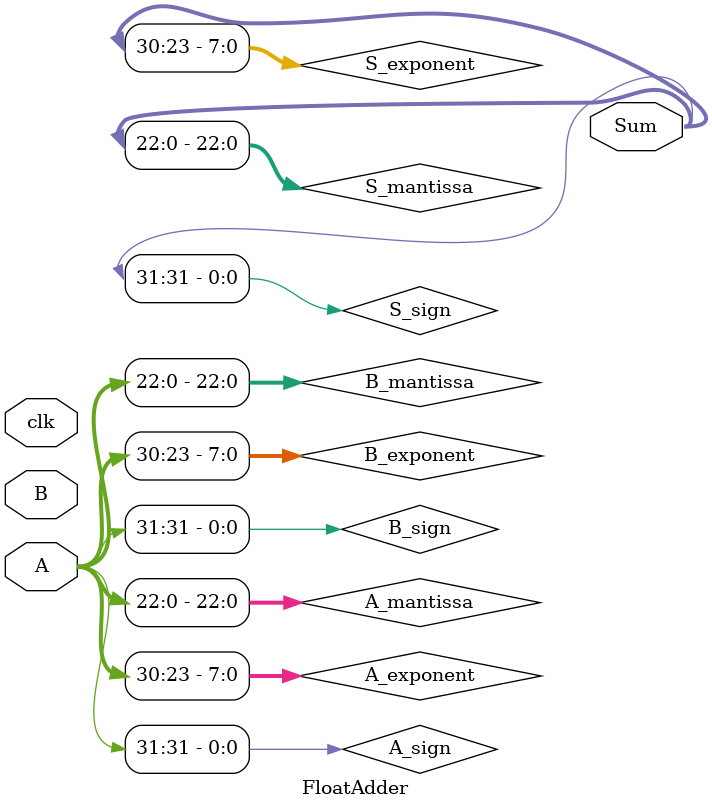
<source format=sv>
`timescale 1ns/100ps


module FloatAdder
#(
	parameter EXPONENT_WIDTH = 8,
	parameter MANTISSA_WIDTH = 23
)
(
	clk,
	
	A,
	B,
	
	Sum
);

// Input/Output signals
input logic clk;
input logic [EXPONENT_WIDTH+MANTISSA_WIDTH:0] A;
input logic [EXPONENT_WIDTH+MANTISSA_WIDTH:0] B;
output logic [EXPONENT_WIDTH+MANTISSA_WIDTH:0] Sum;

// Extract fields of A and B. Construct Sum
logic A_sign;
logic [EXPONENT_WIDTH-1:0] A_exponent;
logic [MANTISSA_WIDTH-1:0] A_mantissa;
logic B_sign;
logic [EXPONENT_WIDTH-1:0] B_exponent;
logic [MANTISSA_WIDTH-1:0] B_mantissa;
logic S_sign;
logic [EXPONENT_WIDTH-1:0] S_exponent;
logic [MANTISSA_WIDTH-1:0] S_mantissa;

assign {A_sign, A_exponent, A_mantissa} = A;
assign {B_sign, B_exponent, B_mantissa} = A;
assign Sum = {S_sign, S_exponent, S_mantissa};




endmodule

</source>
